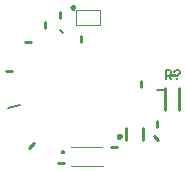
<source format=gto>
%FSTAX23Y23*%
%MOIN*%
%SFA1B1*%

%IPPOS*%
%ADD10C,0.009840*%
%ADD11C,0.007870*%
%ADD12C,0.003940*%
%ADD13C,0.010000*%
%ADD14C,0.006000*%
%LNkoosh_main_board_v1_2-1*%
%LPD*%
G54D10*
X00407Y00146D02*
D01*
X00407Y00146*
X00407Y00147*
X00407Y00147*
X00407Y00147*
X00407Y00148*
X00407Y00148*
X00406Y00148*
X00406Y00148*
X00406Y00149*
X00406Y00149*
X00406Y00149*
X00405Y0015*
X00405Y0015*
X00405Y0015*
X00405Y0015*
X00404Y0015*
X00404Y0015*
X00404Y00151*
X00403Y00151*
X00403Y00151*
X00403Y00151*
X00402Y00151*
X00402*
X00402Y00151*
X00401Y00151*
X00401Y00151*
X00401Y00151*
X004Y0015*
X004Y0015*
X004Y0015*
X00399Y0015*
X00399Y0015*
X00399Y0015*
X00399Y00149*
X00398Y00149*
X00398Y00149*
X00398Y00148*
X00398Y00148*
X00398Y00148*
X00397Y00148*
X00397Y00147*
X00397Y00147*
X00397Y00147*
X00397Y00146*
X00397Y00146*
X00397Y00146*
X00397Y00145*
X00397Y00145*
X00397Y00145*
X00397Y00144*
X00398Y00144*
X00398Y00144*
X00398Y00143*
X00398Y00143*
X00398Y00143*
X00399Y00142*
X00399Y00142*
X00399Y00142*
X00399Y00142*
X004Y00142*
X004Y00141*
X004Y00141*
X00401Y00141*
X00401Y00141*
X00401Y00141*
X00402Y00141*
X00402Y00141*
X00402*
X00403Y00141*
X00403Y00141*
X00403Y00141*
X00404Y00141*
X00404Y00141*
X00404Y00141*
X00405Y00142*
X00405Y00142*
X00405Y00142*
X00405Y00142*
X00406Y00142*
X00406Y00143*
X00406Y00143*
X00406Y00143*
X00406Y00144*
X00407Y00144*
X00407Y00144*
X00407Y00145*
X00407Y00145*
X00407Y00145*
X00407Y00146*
X00407Y00146*
X00253Y00576D02*
D01*
X00253Y00576*
X00253Y00577*
X00253Y00577*
X00253Y00577*
X00253Y00578*
X00253Y00578*
X00253Y00578*
X00252Y00579*
X00252Y00579*
X00252Y00579*
X00252Y00579*
X00252Y0058*
X00251Y0058*
X00251Y0058*
X00251Y0058*
X0025Y0058*
X0025Y0058*
X0025Y00581*
X0025Y00581*
X00249Y00581*
X00249Y00581*
X00248Y00581*
X00248*
X00248Y00581*
X00247Y00581*
X00247Y00581*
X00247Y00581*
X00246Y0058*
X00246Y0058*
X00246Y0058*
X00246Y0058*
X00245Y0058*
X00245Y0058*
X00245Y00579*
X00245Y00579*
X00244Y00579*
X00244Y00579*
X00244Y00578*
X00244Y00578*
X00244Y00578*
X00244Y00577*
X00244Y00577*
X00243Y00577*
X00243Y00576*
X00243Y00576*
X00243Y00576*
X00243Y00575*
X00244Y00575*
X00244Y00575*
X00244Y00574*
X00244Y00574*
X00244Y00574*
X00244Y00573*
X00244Y00573*
X00245Y00573*
X00245Y00573*
X00245Y00572*
X00245Y00572*
X00246Y00572*
X00246Y00572*
X00246Y00571*
X00246Y00571*
X00247Y00571*
X00247Y00571*
X00247Y00571*
X00248Y00571*
X00248Y00571*
X00248*
X00249Y00571*
X00249Y00571*
X0025Y00571*
X0025Y00571*
X0025Y00571*
X0025Y00571*
X00251Y00572*
X00251Y00572*
X00251Y00572*
X00252Y00572*
X00252Y00573*
X00252Y00573*
X00252Y00573*
X00252Y00573*
X00253Y00574*
X00253Y00574*
X00253Y00574*
X00253Y00575*
X00253Y00575*
X00253Y00575*
X00253Y00576*
X00253Y00576*
G54D11*
X00216Y00088D02*
D01*
X00216Y00088*
X00216Y00088*
X00216Y00088*
X00217Y00088*
X00217Y00089*
X00217Y00089*
X00217Y00089*
X00218Y00089*
X00218Y00089*
X00218Y00089*
X00218Y00089*
X00219Y0009*
X00219Y0009*
X00219Y0009*
X00219Y0009*
X00219Y00091*
X00219Y00091*
X00219Y00091*
X00219Y00091*
X00219Y00092*
X0022Y00092*
X0022Y00092*
Y00092*
X0022Y00093*
X00219Y00093*
X00219Y00093*
X00219Y00093*
X00219Y00094*
X00219Y00094*
X00219Y00094*
X00219Y00094*
X00219Y00095*
X00219Y00095*
X00218Y00095*
X00218Y00095*
X00218Y00095*
X00218Y00096*
X00217Y00096*
X00217Y00096*
X00217Y00096*
X00217Y00096*
X00216Y00096*
X00216Y00096*
X00216Y00096*
X00216*
D01*
X00215Y00096*
X00215Y00096*
X00215Y00096*
X00215Y00096*
X00214Y00096*
X00214Y00096*
X00214Y00096*
X00214Y00096*
X00213Y00095*
X00213Y00095*
X00213Y00095*
X00213Y00095*
X00212Y00095*
X00212Y00094*
X00212Y00094*
X00212Y00094*
X00212Y00094*
X00212Y00093*
X00212Y00093*
X00212Y00093*
X00212Y00093*
X00212Y00092*
Y00092*
X00212Y00092*
X00212Y00092*
X00212Y00091*
X00212Y00091*
X00212Y00091*
X00212Y00091*
X00212Y0009*
X00212Y0009*
X00212Y0009*
X00213Y0009*
X00213Y00089*
X00213Y00089*
X00213Y00089*
X00214Y00089*
X00214Y00089*
X00214Y00089*
X00214Y00089*
X00215Y00088*
X00215Y00088*
X00215Y00088*
X00215Y00088*
X00216Y00088*
X00031Y00241D02*
X00071Y00248D01*
X00528Y003D02*
X00551D01*
X00205Y00499D02*
X00214Y0049D01*
G54D12*
X00243Y00108D02*
X00346D01*
X00242Y00045D02*
X00347D01*
X0026Y00515D02*
Y00564D01*
Y00515D02*
X00338D01*
X0026Y00565D02*
X00338D01*
X0034Y00515D02*
Y00565D01*
G54D13*
X00424Y00134D02*
Y00173D01*
X00483Y00134D02*
Y00173D01*
X00556Y00234D02*
Y00305D01*
X00603Y00234D02*
Y00305D01*
X00529Y00175D02*
Y00195D01*
X002Y00055D02*
X0022D01*
X0009Y0046D02*
X0011D01*
X00474Y0031D02*
Y0033D01*
X00375Y0011D02*
X00395D01*
X00274Y0046D02*
Y0048D01*
X00102Y00107D02*
X00117Y00122D01*
X00517Y00147D02*
X00532Y00132D01*
X0057Y0035D02*
X0059D01*
X00025Y00364D02*
X00045D01*
X00155Y00505D02*
Y00525D01*
X00204Y0054D02*
Y0056D01*
G54D14*
X00557Y00336D02*
Y00365D01*
X00572*
X00576Y0036*
Y00351*
X00572Y00346*
X00557*
X00567D02*
X00576Y00336D01*
X00586Y0036D02*
X00591Y00365D01*
X00601*
X00606Y0036*
Y00355*
X00596Y00346*
Y00341D02*
Y00336D01*
M02*
</source>
